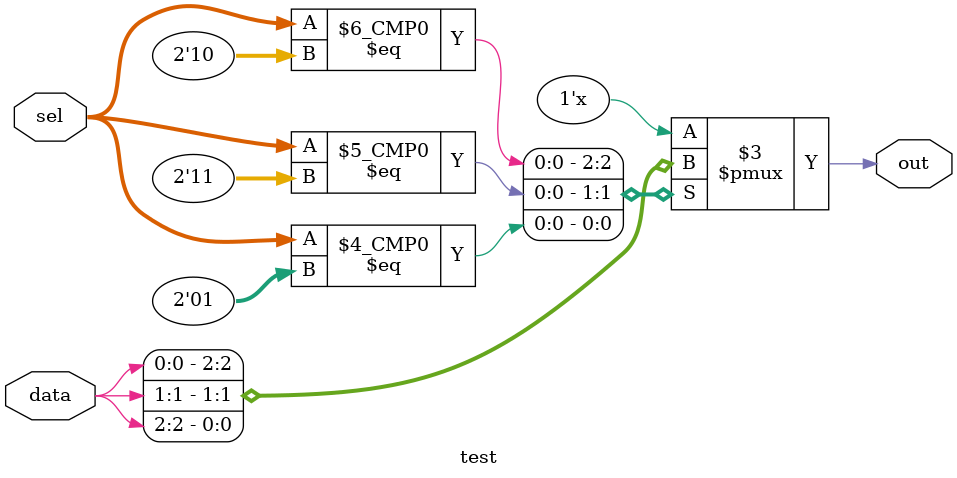
<source format=v>
module test( data, sel, out );
input [2:0] data;
input [1:0] sel;
output out;
reg out;
always @( data or sel ) begin
case ( sel ) //synopsys full_case
2'b10 : out = data[0];
2'b11 : out = data[1];
2'b01 : out = data[2];
endcase
end
endmodule



</source>
